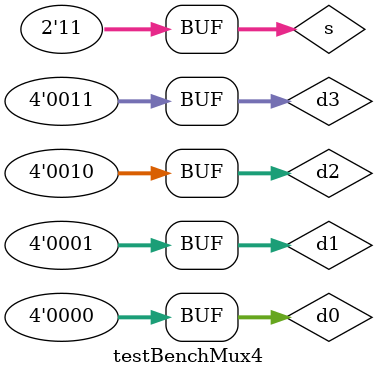
<source format=sv>
`timescale 1ns / 1ps


module testBenchMux4();
 logic [3:0] d0, d1, d2, d3;
 logic [1:0] s;
 logic [3:0] y;
 
 MUX4 dut(d0,d1,d2,d3,s,y);
 
 initial begin
 d0= 4'b0000; d1=4'b0001; d2=4'b0010; d3=4'b0011; s=2'b00; #10;
 d0= 4'b0000; d1=4'b0001; d2=4'b0010; d3=4'b0011; s=2'b01; #10;
 d0= 4'b0000; d1=4'b0001; d2=4'b0010; d3=4'b0011; s=2'b10; #10;
 d0= 4'b0000; d1=4'b0001; d2=4'b0010; d3=4'b0011; s=2'b11; #10;
 end
endmodule

</source>
